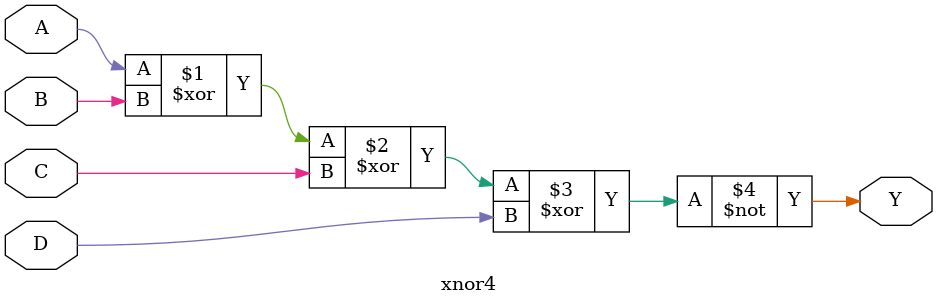
<source format=v>

module xnor4 (Y, A, B, C, D);
    output Y;
    input A;
    input B;
    input C;
    input D;

xnor (Y, A, B, C, D);

endmodule

</source>
